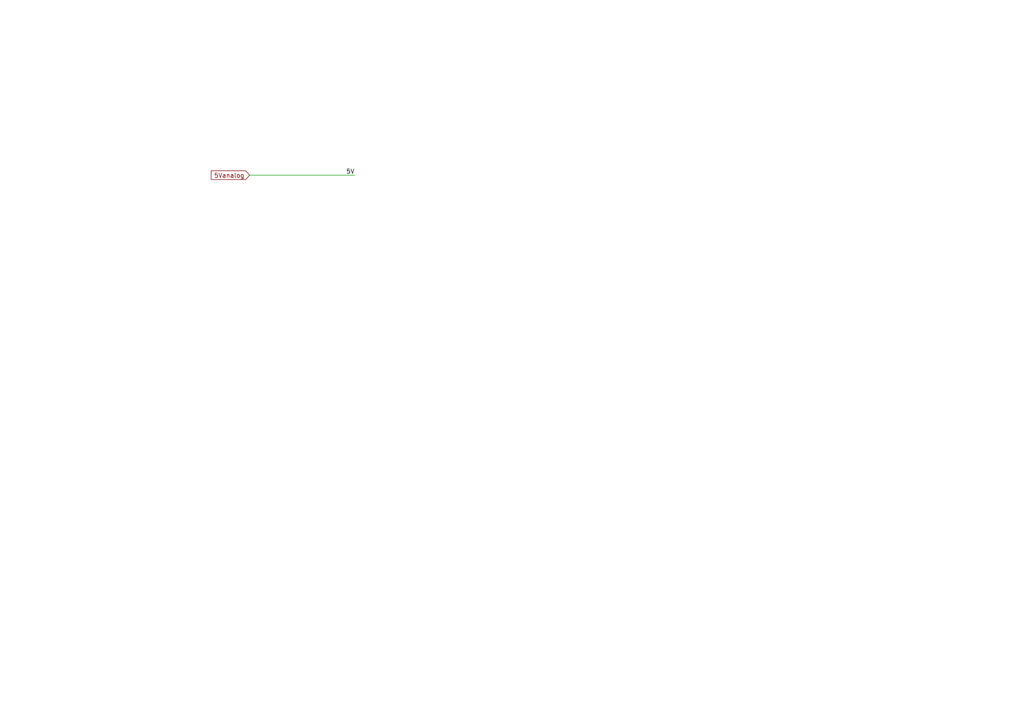
<source format=kicad_sch>
(kicad_sch (version 20200310) (host eeschema "(5.99.0-1545-g9916f24fa)")
  (page "A4")
  (lib_symbols)
  (wire (pts (xy 72.39 50.8) (xy 102.87 50.8)))
  (label "5V" (at 102.87 50.8 180))
  (global_label "5Vanalog" (shape input) (at 72.39 50.8 180))
)
</source>
